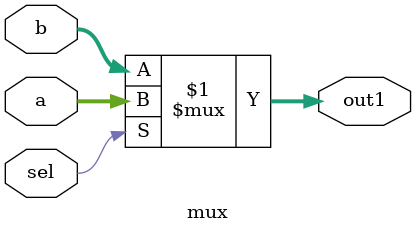
<source format=v>
/*
module top_module (a,b,c,d,out1,out2,sel);
    input sel;
    input [3:0] a,b;
    output [3:0] out1;
    input [12:0] c,d;
    output [12:0] out2;

    mux #(3) u1(a,b,sel,out1);
    mux #(12) u2(c,d,sel,out2);
endmodule
*/
module mux #(
    parameter msb = 9
) (
    input [msb : 0] a,b,
    input sel,
    output [msb : 0] out1
);

    assign out1 = (sel) ? a : b;
    
endmodule
</source>
